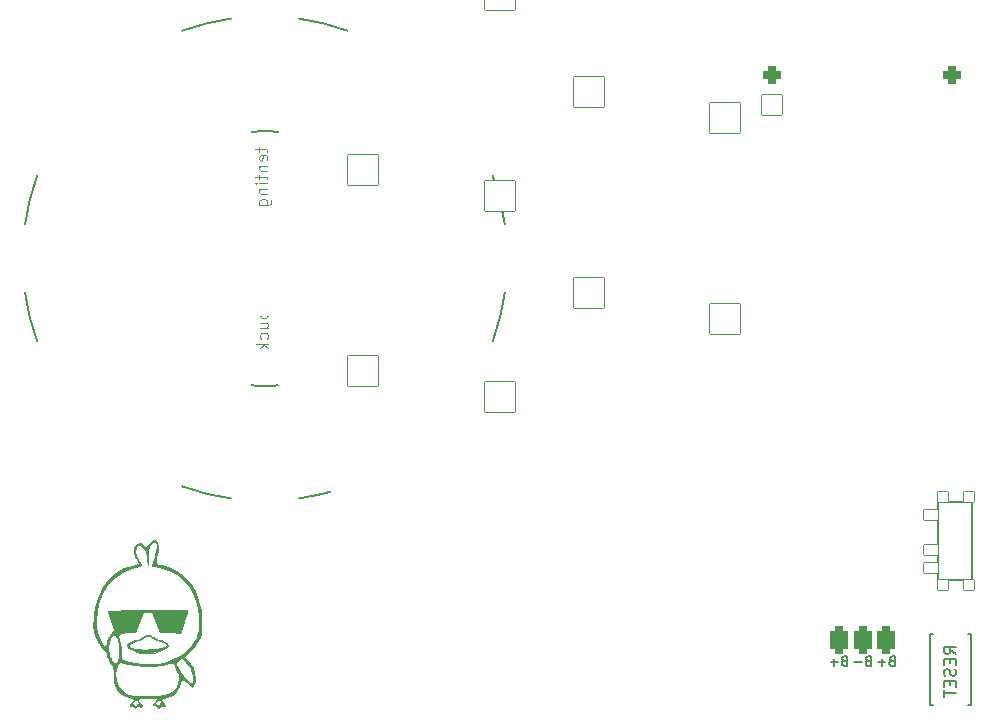
<source format=gbo>
%TF.GenerationSoftware,KiCad,Pcbnew,(6.0.4-0)*%
%TF.CreationDate,2022-04-28T13:46:59+02:00*%
%TF.ProjectId,duckmini,6475636b-6d69-46e6-992e-6b696361645f,v1.0.0*%
%TF.SameCoordinates,Original*%
%TF.FileFunction,Legend,Bot*%
%TF.FilePolarity,Positive*%
%FSLAX46Y46*%
G04 Gerber Fmt 4.6, Leading zero omitted, Abs format (unit mm)*
G04 Created by KiCad (PCBNEW (6.0.4-0)) date 2022-04-28 13:46:59*
%MOMM*%
%LPD*%
G01*
G04 APERTURE LIST*
G04 Aperture macros list*
%AMRoundRect*
0 Rectangle with rounded corners*
0 $1 Rounding radius*
0 $2 $3 $4 $5 $6 $7 $8 $9 X,Y pos of 4 corners*
0 Add a 4 corners polygon primitive as box body*
4,1,4,$2,$3,$4,$5,$6,$7,$8,$9,$2,$3,0*
0 Add four circle primitives for the rounded corners*
1,1,$1+$1,$2,$3*
1,1,$1+$1,$4,$5*
1,1,$1+$1,$6,$7*
1,1,$1+$1,$8,$9*
0 Add four rect primitives between the rounded corners*
20,1,$1+$1,$2,$3,$4,$5,0*
20,1,$1+$1,$4,$5,$6,$7,0*
20,1,$1+$1,$6,$7,$8,$9,0*
20,1,$1+$1,$8,$9,$2,$3,0*%
G04 Aperture macros list end*
%ADD10C,0.150000*%
%ADD11C,0.100000*%
%ADD12C,0.200000*%
%ADD13RoundRect,0.375000X-0.375000X-0.750000X0.375000X-0.750000X0.375000X0.750000X-0.375000X0.750000X0*%
%ADD14R,1.752600X1.752600*%
%ADD15C,1.752600*%
%ADD16RoundRect,0.375000X-0.375000X-0.375000X0.375000X-0.375000X0.375000X0.375000X-0.375000X0.375000X0*%
%ADD17RoundRect,0.425000X-0.375000X-0.750000X0.375000X-0.750000X0.375000X0.750000X-0.375000X0.750000X0*%
%ADD18C,2.100000*%
%ADD19C,3.100000*%
%ADD20C,1.801800*%
%ADD21C,3.529000*%
%ADD22RoundRect,0.050000X-1.054507X-1.505993X1.505993X-1.054507X1.054507X1.505993X-1.505993X1.054507X0*%
%ADD23C,2.132000*%
%ADD24RoundRect,0.050000X-1.181751X-1.408356X1.408356X-1.181751X1.181751X1.408356X-1.408356X1.181751X0*%
%ADD25RoundRect,0.050000X-1.300000X-1.300000X1.300000X-1.300000X1.300000X1.300000X-1.300000X1.300000X0*%
%ADD26RoundRect,0.050000X-1.775833X-0.475833X0.475833X-1.775833X1.775833X0.475833X-0.475833X1.775833X0*%
%ADD27RoundRect,0.050000X-0.450000X0.450000X-0.450000X-0.450000X0.450000X-0.450000X0.450000X0.450000X0*%
%ADD28C,1.100000*%
%ADD29RoundRect,0.050000X-0.625000X0.450000X-0.625000X-0.450000X0.625000X-0.450000X0.625000X0.450000X0*%
%ADD30RoundRect,0.050000X-0.863113X-1.623279X1.623279X-0.863113X0.863113X1.623279X-1.623279X0.863113X0*%
%ADD31RoundRect,0.050000X-1.592168X-0.919239X0.919239X-1.592168X1.592168X0.919239X-0.919239X1.592168X0*%
%ADD32RoundRect,0.050000X-0.876300X0.876300X-0.876300X-0.876300X0.876300X-0.876300X0.876300X0.876300X0*%
%ADD33C,1.852600*%
%ADD34RoundRect,0.425000X-0.375000X-0.375000X0.375000X-0.375000X0.375000X0.375000X-0.375000X0.375000X0*%
%ADD35C,4.500000*%
G04 APERTURE END LIST*
D10*
%TO.C,PAD1*%
X156849182Y54073625D02*
X156734896Y54035530D01*
X156696801Y53997435D01*
X156658706Y53921244D01*
X156658706Y53806959D01*
X156696801Y53730768D01*
X156734896Y53692673D01*
X156811087Y53654578D01*
X157115848Y53654578D01*
X157115848Y54454578D01*
X156849182Y54454578D01*
X156772991Y54416483D01*
X156734896Y54378387D01*
X156696801Y54302197D01*
X156696801Y54226006D01*
X156734896Y54149816D01*
X156772991Y54111721D01*
X156849182Y54073625D01*
X157115848Y54073625D01*
X156315848Y53959340D02*
X155706325Y53959340D01*
X156011087Y53654578D02*
X156011087Y54264102D01*
X152849182Y54073625D02*
X152734896Y54035530D01*
X152696801Y53997435D01*
X152658706Y53921244D01*
X152658706Y53806959D01*
X152696801Y53730768D01*
X152734896Y53692673D01*
X152811087Y53654578D01*
X153115848Y53654578D01*
X153115848Y54454578D01*
X152849182Y54454578D01*
X152772991Y54416483D01*
X152734896Y54378387D01*
X152696801Y54302197D01*
X152696801Y54226006D01*
X152734896Y54149816D01*
X152772991Y54111721D01*
X152849182Y54073625D01*
X153115848Y54073625D01*
X152315848Y53959340D02*
X151706325Y53959340D01*
X152011087Y53654578D02*
X152011087Y54264102D01*
X154849182Y54073625D02*
X154734896Y54035530D01*
X154696801Y53997435D01*
X154658706Y53921244D01*
X154658706Y53806959D01*
X154696801Y53730768D01*
X154734896Y53692673D01*
X154811087Y53654578D01*
X155115848Y53654578D01*
X155115848Y54454578D01*
X154849182Y54454578D01*
X154772991Y54416483D01*
X154734896Y54378387D01*
X154696801Y54302197D01*
X154696801Y54226006D01*
X154734896Y54149816D01*
X154772991Y54111721D01*
X154849182Y54073625D01*
X155115848Y54073625D01*
X154315848Y53959340D02*
X153706325Y53959340D01*
%TO.C,B1*%
X162302380Y54665380D02*
X161826190Y54998714D01*
X162302380Y55236809D02*
X161302380Y55236809D01*
X161302380Y54855857D01*
X161350000Y54760619D01*
X161397619Y54713000D01*
X161492857Y54665380D01*
X161635714Y54665380D01*
X161730952Y54713000D01*
X161778571Y54760619D01*
X161826190Y54855857D01*
X161826190Y55236809D01*
X161778571Y54236809D02*
X161778571Y53903476D01*
X162302380Y53760619D02*
X162302380Y54236809D01*
X161302380Y54236809D01*
X161302380Y53760619D01*
X162254761Y53379666D02*
X162302380Y53236809D01*
X162302380Y52998714D01*
X162254761Y52903476D01*
X162207142Y52855857D01*
X162111904Y52808238D01*
X162016666Y52808238D01*
X161921428Y52855857D01*
X161873809Y52903476D01*
X161826190Y52998714D01*
X161778571Y53189190D01*
X161730952Y53284428D01*
X161683333Y53332047D01*
X161588095Y53379666D01*
X161492857Y53379666D01*
X161397619Y53332047D01*
X161350000Y53284428D01*
X161302380Y53189190D01*
X161302380Y52951095D01*
X161350000Y52808238D01*
X161778571Y52379666D02*
X161778571Y52046333D01*
X162302380Y51903476D02*
X162302380Y52379666D01*
X161302380Y52379666D01*
X161302380Y51903476D01*
X161302380Y51617761D02*
X161302380Y51046333D01*
X162302380Y51332047D02*
X161302380Y51332047D01*
D11*
%TO.C,REF\u002A\u002A*%
X103328934Y97562927D02*
X103328934Y97181974D01*
X102995600Y97420069D02*
X103852743Y97420069D01*
X103947981Y97372450D01*
X103995600Y97277212D01*
X103995600Y97181974D01*
X103947981Y96467688D02*
X103995600Y96562927D01*
X103995600Y96753403D01*
X103947981Y96848641D01*
X103852743Y96896260D01*
X103471791Y96896260D01*
X103376553Y96848641D01*
X103328934Y96753403D01*
X103328934Y96562927D01*
X103376553Y96467688D01*
X103471791Y96420069D01*
X103567029Y96420069D01*
X103662267Y96896260D01*
X103328934Y95991498D02*
X103995600Y95991498D01*
X103424172Y95991498D02*
X103376553Y95943879D01*
X103328934Y95848641D01*
X103328934Y95705784D01*
X103376553Y95610546D01*
X103471791Y95562927D01*
X103995600Y95562927D01*
X103328934Y95229593D02*
X103328934Y94848641D01*
X102995600Y95086736D02*
X103852743Y95086736D01*
X103947981Y95039117D01*
X103995600Y94943879D01*
X103995600Y94848641D01*
X103995600Y94515307D02*
X103328934Y94515307D01*
X102995600Y94515307D02*
X103043220Y94562927D01*
X103090839Y94515307D01*
X103043220Y94467688D01*
X102995600Y94515307D01*
X103090839Y94515307D01*
X103328934Y94039117D02*
X103995600Y94039117D01*
X103424172Y94039117D02*
X103376553Y93991498D01*
X103328934Y93896260D01*
X103328934Y93753403D01*
X103376553Y93658165D01*
X103471791Y93610546D01*
X103995600Y93610546D01*
X103328934Y92705784D02*
X104138458Y92705784D01*
X104233696Y92753403D01*
X104281315Y92801022D01*
X104328934Y92896260D01*
X104328934Y93039117D01*
X104281315Y93134355D01*
X103947981Y92705784D02*
X103995600Y92801022D01*
X103995600Y92991498D01*
X103947981Y93086736D01*
X103900362Y93134355D01*
X103805124Y93181974D01*
X103519410Y93181974D01*
X103424172Y93134355D01*
X103376553Y93086736D01*
X103328934Y92991498D01*
X103328934Y92801022D01*
X103376553Y92705784D01*
X103392434Y83608927D02*
X104392434Y83608927D01*
X103440053Y83608927D02*
X103392434Y83513688D01*
X103392434Y83323212D01*
X103440053Y83227974D01*
X103487672Y83180355D01*
X103582910Y83132736D01*
X103868624Y83132736D01*
X103963862Y83180355D01*
X104011481Y83227974D01*
X104059100Y83323212D01*
X104059100Y83513688D01*
X104011481Y83608927D01*
X103392434Y82275593D02*
X104059100Y82275593D01*
X103392434Y82704165D02*
X103916243Y82704165D01*
X104011481Y82656546D01*
X104059100Y82561307D01*
X104059100Y82418450D01*
X104011481Y82323212D01*
X103963862Y82275593D01*
X104011481Y81370831D02*
X104059100Y81466069D01*
X104059100Y81656546D01*
X104011481Y81751784D01*
X103963862Y81799403D01*
X103868624Y81847022D01*
X103582910Y81847022D01*
X103487672Y81799403D01*
X103440053Y81751784D01*
X103392434Y81656546D01*
X103392434Y81466069D01*
X103440053Y81370831D01*
X104059100Y80942260D02*
X103059100Y80942260D01*
X103678148Y80847022D02*
X104059100Y80561307D01*
X103392434Y80561307D02*
X103773386Y80942260D01*
D10*
%TO.C,B1*%
X160100000Y56340000D02*
X160350000Y56340000D01*
X160100000Y50340000D02*
X160100000Y56340000D01*
X163600000Y50340000D02*
X163350000Y50340000D01*
X163350000Y56340000D02*
X163600000Y56340000D01*
X163600000Y56340000D02*
X163600000Y50340000D01*
X160350000Y50340000D02*
X160100000Y50340000D01*
%TO.C,T2*%
X163637367Y62262667D02*
X163637367Y66162667D01*
X160787367Y60912667D02*
X163637367Y60912667D01*
X163637367Y67512667D02*
X160787367Y67512667D01*
X160787367Y67512667D02*
X160787367Y60912667D01*
X163637367Y64212667D02*
X163637367Y67512667D01*
X163637367Y64212667D02*
X163637367Y60912667D01*
D12*
%TO.C,REF\u002A\u002A*%
X103797220Y77346426D02*
G75*
G03*
X104925605Y77405563I0J10794901D01*
G01*
X84511085Y95149471D02*
G75*
G03*
X83477220Y90998927I19286255J-7008074D01*
G01*
X104925605Y98877290D02*
G75*
G03*
X103797220Y98936427I-1128385J-10735763D01*
G01*
X102668835Y77405563D02*
G75*
G03*
X103797220Y77346427I1128379J10735785D01*
G01*
X110805269Y107427560D02*
G75*
G03*
X106654720Y108461427I-7008049J-19286133D01*
G01*
X123083354Y81133379D02*
G75*
G03*
X124117220Y85283927I-19286134J7008048D01*
G01*
X96789175Y68855292D02*
G75*
G03*
X100939720Y67821427I7008045J19286135D01*
G01*
X106654720Y67821427D02*
G75*
G03*
X110805265Y68855292I-2857506J20320019D01*
G01*
X83477219Y85283927D02*
G75*
G03*
X84511085Y81133381I20320001J2857500D01*
G01*
X100939720Y108461428D02*
G75*
G03*
X96789174Y107427562I2857500J-20320001D01*
G01*
X124117220Y90998927D02*
G75*
G03*
X123083354Y95149475I-20320000J-2857500D01*
G01*
X103797220Y98936427D02*
G75*
G03*
X102668835Y98877291I-6J-10794921D01*
G01*
%TO.C,G\u002A\u002A\u002A*%
G36*
X94630151Y54707570D02*
G01*
X94396858Y54643258D01*
X94146747Y54624050D01*
X93810667Y54635225D01*
X93526219Y54656367D01*
X93256312Y54699910D01*
X93120476Y54741218D01*
X93661943Y54741218D01*
X93712212Y54724332D01*
X93895333Y54717727D01*
X94019582Y54720197D01*
X94125956Y54733481D01*
X94085833Y54754419D01*
X93951551Y54768426D01*
X93704833Y54754419D01*
X93661943Y54741218D01*
X93120476Y54741218D01*
X92994058Y54779662D01*
X92876275Y54830486D01*
X94341597Y54830486D01*
X94342908Y54801584D01*
X94452722Y54786018D01*
X94535945Y54799576D01*
X94503875Y54837170D01*
X94454914Y54850698D01*
X94341597Y54830486D01*
X92876275Y54830486D01*
X92687996Y54911729D01*
X92286667Y55112217D01*
X92208282Y55183879D01*
X92132425Y55360900D01*
X92132991Y55368759D01*
X92339283Y55368759D01*
X92397983Y55253540D01*
X92625333Y55143946D01*
X92847118Y55090411D01*
X93223604Y55048327D01*
X93664575Y55034937D01*
X94131166Y55047895D01*
X94584513Y55084850D01*
X94985752Y55143456D01*
X95296017Y55221363D01*
X95476445Y55316223D01*
X95492870Y55337106D01*
X95467648Y55440963D01*
X95285368Y55554542D01*
X94955354Y55671486D01*
X94780003Y55729272D01*
X94492971Y55850367D01*
X94290142Y55968931D01*
X94063133Y56096450D01*
X93778078Y56113650D01*
X93516467Y55966671D01*
X93392165Y55880634D01*
X93135190Y55755590D01*
X92833677Y55645696D01*
X92725675Y55610865D01*
X92448694Y55488302D01*
X92339283Y55368759D01*
X92132991Y55368759D01*
X92140521Y55473243D01*
X92240681Y55587134D01*
X92471092Y55710227D01*
X92577253Y55755334D01*
X92833403Y55842614D01*
X93021004Y55878141D01*
X93048079Y55880318D01*
X93244595Y55951562D01*
X93456560Y56091667D01*
X93505819Y56131487D01*
X93779808Y56277658D01*
X94047205Y56267960D01*
X94345483Y56102867D01*
X94364727Y56089006D01*
X94645319Y55941058D01*
X94941455Y55852737D01*
X95061155Y55830092D01*
X95379092Y55717187D01*
X95594233Y55556210D01*
X95673333Y55369127D01*
X95669109Y55337106D01*
X95668339Y55331266D01*
X95588156Y55214183D01*
X95392697Y55076498D01*
X95059500Y54901081D01*
X94915777Y54831706D01*
X94841849Y54799576D01*
X94689770Y54733481D01*
X94630151Y54707570D01*
G37*
G36*
X97799442Y51985333D02*
G01*
X97620028Y51773667D01*
X97429847Y51994905D01*
X97238073Y52186204D01*
X97023991Y52353234D01*
X96808316Y52490324D01*
X96707046Y52111686D01*
X96629659Y51887333D01*
X96366231Y51462822D01*
X95994214Y51144981D01*
X95540861Y50960708D01*
X95290623Y50892245D01*
X95117737Y50798440D01*
X95105769Y50691711D01*
X95250000Y50565649D01*
X95352742Y50466672D01*
X95378027Y50400075D01*
X95419333Y50291283D01*
X95407101Y50168285D01*
X95337061Y50132079D01*
X95168231Y50205783D01*
X95044914Y50243962D01*
X94964787Y50163450D01*
X94913787Y50081950D01*
X94793044Y50046823D01*
X94691542Y50155644D01*
X94639140Y50215602D01*
X94482532Y50230436D01*
X94399061Y50222079D01*
X94322767Y50286006D01*
X94347863Y50399653D01*
X94516775Y50399653D01*
X94588529Y50406426D01*
X94675489Y50412391D01*
X94770055Y50308474D01*
X94782357Y50267625D01*
X94819397Y50234979D01*
X94870367Y50357285D01*
X94882796Y50393841D01*
X94950581Y50494172D01*
X95050721Y50451053D01*
X95122415Y50405425D01*
X95216964Y50400075D01*
X95205574Y50453346D01*
X95087918Y50542119D01*
X94978257Y50630734D01*
X94904649Y50781812D01*
X94890157Y50872713D01*
X94852119Y50800000D01*
X94777115Y50677619D01*
X94625970Y50516952D01*
X94578370Y50474588D01*
X94516775Y50399653D01*
X94347863Y50399653D01*
X94352613Y50421165D01*
X94488000Y50588333D01*
X94600721Y50708613D01*
X94657333Y50813122D01*
X94638058Y50829097D01*
X94491057Y50857605D01*
X94230892Y50877310D01*
X93895333Y50884667D01*
X93500743Y50875436D01*
X93243987Y50841712D01*
X93133063Y50776462D01*
X93156460Y50672668D01*
X93302667Y50523312D01*
X93412249Y50398914D01*
X93435969Y50339995D01*
X93472000Y50250496D01*
X93416192Y50147763D01*
X93289393Y50129312D01*
X93172536Y50212400D01*
X93114992Y50241809D01*
X93003905Y50148900D01*
X92993052Y50134460D01*
X92887871Y50046615D01*
X92783433Y50101500D01*
X92715286Y50151084D01*
X92523733Y50207333D01*
X92469490Y50213637D01*
X92380726Y50295190D01*
X92401931Y50411615D01*
X92582325Y50411615D01*
X92641196Y50409547D01*
X92727380Y50413538D01*
X92813434Y50308474D01*
X92825393Y50257281D01*
X92862678Y50220838D01*
X92937544Y50330334D01*
X92972231Y50386915D01*
X93058980Y50448307D01*
X93188640Y50375229D01*
X93250894Y50330200D01*
X93265299Y50339995D01*
X93165277Y50463896D01*
X93025462Y50647764D01*
X92939127Y50800000D01*
X92938865Y50800718D01*
X92900071Y50877530D01*
X92886018Y50789160D01*
X92832576Y50660603D01*
X92688833Y50509234D01*
X92669500Y50494616D01*
X92582325Y50411615D01*
X92401931Y50411615D01*
X92405276Y50429982D01*
X92540667Y50565649D01*
X92631006Y50631564D01*
X92701167Y50756732D01*
X92606699Y50856951D01*
X92350167Y50927352D01*
X92337828Y50929377D01*
X91861255Y51091629D01*
X91460784Y51391861D01*
X91171089Y51804285D01*
X91087814Y51998086D01*
X91023345Y52239840D01*
X90993408Y52536258D01*
X90988903Y52944280D01*
X90988860Y52981843D01*
X91209666Y52981843D01*
X91243855Y52458080D01*
X91403259Y51986486D01*
X91675834Y51597674D01*
X92049535Y51322256D01*
X92087740Y51303624D01*
X92276097Y51225150D01*
X92480546Y51170693D01*
X92739395Y51134516D01*
X93090955Y51110884D01*
X93573535Y51094059D01*
X94144697Y51085675D01*
X94763194Y51103676D01*
X95251581Y51160229D01*
X95630819Y51261432D01*
X95921870Y51413383D01*
X96145694Y51622178D01*
X96323254Y51893915D01*
X96424529Y52130475D01*
X96506471Y52510221D01*
X96495436Y52859890D01*
X96388576Y53125717D01*
X96373639Y53146821D01*
X96266099Y53356554D01*
X96176048Y53613628D01*
X96118673Y53792155D01*
X96046930Y53880658D01*
X95944947Y53858602D01*
X95924596Y53849158D01*
X95746335Y53789770D01*
X95464680Y53713483D01*
X95130784Y53634382D01*
X95065628Y53620603D01*
X94366584Y53533659D01*
X93602673Y53530520D01*
X92846225Y53608041D01*
X92169571Y53763080D01*
X91877909Y53846803D01*
X91618710Y53880246D01*
X91452449Y53816468D01*
X91344247Y53638916D01*
X91259226Y53331036D01*
X91209666Y52981843D01*
X90988860Y52981843D01*
X90988570Y53237704D01*
X90973264Y53515229D01*
X90937135Y53672581D01*
X90876186Y53737889D01*
X90832845Y53765392D01*
X90703348Y53921409D01*
X90570098Y54152370D01*
X90466010Y54396190D01*
X90424000Y54590787D01*
X90417492Y54631718D01*
X90326503Y54805426D01*
X90162447Y54996326D01*
X90006162Y55166417D01*
X90623034Y55166417D01*
X90677891Y54610457D01*
X90712798Y54490235D01*
X90833625Y54214049D01*
X90973471Y54018144D01*
X91171612Y53832000D01*
X91324621Y54065520D01*
X91331980Y54077211D01*
X91424587Y54337259D01*
X91472045Y54698011D01*
X91473874Y55100552D01*
X91429593Y55485965D01*
X91338723Y55795333D01*
X91324513Y55826852D01*
X91220312Y56070303D01*
X91146909Y56261000D01*
X91133108Y56298654D01*
X91086548Y56353984D01*
X91015508Y56294714D01*
X90892074Y56103603D01*
X90715494Y55709602D01*
X90623034Y55166417D01*
X90006162Y55166417D01*
X89931662Y55247498D01*
X89586687Y55808695D01*
X89368912Y56467274D01*
X89280310Y57211605D01*
X89291634Y57429453D01*
X89577333Y57429453D01*
X89591598Y56996053D01*
X89672256Y56449611D01*
X89836742Y55973902D01*
X90099358Y55516515D01*
X90311877Y55203765D01*
X90454579Y55717039D01*
X90512624Y55897483D01*
X90660243Y56225386D01*
X90822024Y56455054D01*
X91046766Y56679797D01*
X90767747Y57469373D01*
X90690937Y57692082D01*
X90594480Y57991971D01*
X90535123Y58204433D01*
X90523469Y58293691D01*
X90533327Y58296156D01*
X90669931Y58305891D01*
X90952109Y58317554D01*
X91361589Y58330639D01*
X91880102Y58344643D01*
X92489378Y58359060D01*
X93171145Y58373386D01*
X93907135Y58387118D01*
X94795177Y58401149D01*
X95579608Y58409805D01*
X96208620Y58411980D01*
X96689312Y58407606D01*
X97028786Y58396614D01*
X97234143Y58378938D01*
X97312483Y58354508D01*
X97307050Y58248229D01*
X97249196Y58017387D01*
X97148276Y57697411D01*
X97014266Y57322808D01*
X96659625Y56382404D01*
X95807568Y56406369D01*
X94955512Y56430333D01*
X94261764Y58123667D01*
X93601220Y58123667D01*
X93254393Y57277000D01*
X92907567Y56430333D01*
X92164569Y56405736D01*
X92121125Y56404380D01*
X91791435Y56396045D01*
X91586381Y56374134D01*
X91487795Y56308177D01*
X91477510Y56167705D01*
X91537359Y55922247D01*
X91649173Y55541333D01*
X91717659Y55233477D01*
X91720290Y55100552D01*
X91729460Y54637344D01*
X91676032Y54199020D01*
X92256516Y54013069D01*
X92381603Y53976360D01*
X92909152Y53870313D01*
X93513967Y53806463D01*
X94136441Y53787253D01*
X94716969Y53815128D01*
X95195943Y53892532D01*
X95246688Y53909326D01*
X96351494Y53909326D01*
X96390368Y53730301D01*
X96518490Y53441811D01*
X96708946Y53115634D01*
X96933603Y52799169D01*
X97164329Y52539817D01*
X97196620Y52510221D01*
X97369582Y52351693D01*
X97543381Y52209176D01*
X97635814Y52154667D01*
X97659990Y52167971D01*
X97696983Y52296558D01*
X97704551Y52522068D01*
X97685264Y52795410D01*
X97641694Y53067490D01*
X97576409Y53289213D01*
X97523846Y53397075D01*
X97350897Y53671777D01*
X97145022Y53932562D01*
X96977735Y54111678D01*
X96854785Y54204283D01*
X96744974Y54207257D01*
X96596613Y54140169D01*
X96584045Y54133534D01*
X96419054Y54015990D01*
X96351494Y53909326D01*
X95246688Y53909326D01*
X95885072Y54120600D01*
X96577636Y54472478D01*
X97178727Y54912535D01*
X97663451Y55422255D01*
X98006911Y55983122D01*
X98086050Y56163499D01*
X98172071Y56405438D01*
X98220933Y56648424D01*
X98242355Y56948489D01*
X98246059Y57361667D01*
X98233847Y57779333D01*
X98144551Y58506649D01*
X97955106Y59186223D01*
X97649351Y59886437D01*
X97444161Y60251778D01*
X96969924Y60864119D01*
X96392712Y61346115D01*
X95704860Y61703495D01*
X94898703Y61941985D01*
X94848022Y61952616D01*
X94556096Y62016566D01*
X94344460Y62067479D01*
X94255967Y62095145D01*
X94253630Y62102716D01*
X94279213Y62214187D01*
X94350757Y62407500D01*
X94426846Y62619207D01*
X94524172Y62978858D01*
X94595789Y63347712D01*
X94631429Y63669494D01*
X94620827Y63887926D01*
X94559249Y64018007D01*
X94397400Y64092667D01*
X94368545Y64090770D01*
X94202876Y63985839D01*
X94080976Y63726886D01*
X94005724Y63322946D01*
X93980000Y62783053D01*
X93973060Y62468386D01*
X93951015Y62210475D01*
X93920090Y62080986D01*
X93886732Y62089934D01*
X93857386Y62247336D01*
X93838501Y62563209D01*
X93811962Y62865990D01*
X93708895Y63278090D01*
X93543192Y63593086D01*
X93329296Y63776561D01*
X93236143Y63809953D01*
X93059528Y63789447D01*
X92955656Y63620138D01*
X92921667Y63298676D01*
X92969683Y62962479D01*
X93147334Y62640621D01*
X93284157Y62452524D01*
X93395912Y62237979D01*
X93371634Y62097781D01*
X93200337Y62003552D01*
X92871037Y61926916D01*
X92514894Y61842944D01*
X91790956Y61553262D01*
X91153053Y61128956D01*
X90610423Y60582637D01*
X90172300Y59926916D01*
X89847920Y59174405D01*
X89646519Y58337713D01*
X89577333Y57429453D01*
X89291634Y57429453D01*
X89322854Y58030057D01*
X89498516Y58910998D01*
X89714637Y59564422D01*
X90100594Y60336015D01*
X90591518Y60989912D01*
X91178665Y61516989D01*
X91853291Y61908122D01*
X92606652Y62154187D01*
X92820479Y62201611D01*
X93026705Y62250687D01*
X93116352Y62276777D01*
X93113828Y62297299D01*
X93049179Y62420230D01*
X92925852Y62612889D01*
X92787409Y62875491D01*
X92704290Y63251560D01*
X92747669Y63602480D01*
X92917818Y63884849D01*
X93037321Y63996981D01*
X93184764Y64076560D01*
X93334198Y64037237D01*
X93544308Y63878407D01*
X93798941Y63664147D01*
X93910637Y63896498D01*
X94042017Y64082620D01*
X94249381Y64256116D01*
X94383944Y64323239D01*
X94511315Y64328022D01*
X94651548Y64224903D01*
X94749675Y64085694D01*
X94821521Y63771329D01*
X94805796Y63344949D01*
X94701780Y62826604D01*
X94654589Y62630014D01*
X94618996Y62419930D01*
X94623079Y62320699D01*
X94692549Y62291120D01*
X94889183Y62236755D01*
X95159750Y62176064D01*
X95646798Y62044555D01*
X96358391Y61718224D01*
X96980856Y61258241D01*
X97507025Y60675014D01*
X97929730Y59978953D01*
X98241804Y59180466D01*
X98436078Y58289961D01*
X98502260Y57361667D01*
X98505384Y57317846D01*
X98505914Y57062525D01*
X98499961Y56708150D01*
X98478003Y56449785D01*
X98431675Y56240285D01*
X98352614Y56032507D01*
X98232459Y55779309D01*
X97973312Y55341863D01*
X97496756Y54796888D01*
X97038261Y54377850D01*
X97294885Y54134092D01*
X97535219Y53850123D01*
X97752833Y53458525D01*
X97897385Y53036541D01*
X97959553Y52623879D01*
X97951282Y52522068D01*
X97930013Y52260241D01*
X97799442Y51985333D01*
G37*
%TD*%
D13*
%TO.C,PAD1*%
X152411087Y55816483D03*
X156411087Y55816483D03*
X154411087Y55816483D03*
%TD*%
D14*
%TO.C,MCU1*%
X146737213Y101142542D03*
D15*
X146737213Y98602542D03*
X146737213Y96062542D03*
X146737213Y93522542D03*
X146737213Y90982542D03*
X146737213Y88442542D03*
X146737213Y85902542D03*
X146737213Y83362542D03*
X146737213Y80822542D03*
X146737213Y78282542D03*
X146737213Y75742542D03*
X146737213Y73202542D03*
X161977213Y101142542D03*
X161977213Y98602542D03*
X161977213Y96062542D03*
X161977213Y93522542D03*
X161977213Y90982542D03*
X161977213Y88442542D03*
X161977213Y85902542D03*
X161977213Y83362542D03*
X161977213Y80822542D03*
X161977213Y78282542D03*
X161977213Y75742542D03*
X161977213Y73202542D03*
D16*
X146737213Y103682542D03*
X161977213Y103682542D03*
%TD*%
%LPC*%
D17*
%TO.C,PAD1*%
X152411087Y55816483D03*
X156411087Y55816483D03*
X154411087Y55816483D03*
%TD*%
D18*
%TO.C,B1*%
X161850000Y50090000D03*
X161850000Y56590000D03*
%TD*%
D19*
%TO.C,S11*%
X75659968Y109306337D03*
X70353903Y110604673D03*
X70353903Y110604673D03*
D20*
X65970667Y103790002D03*
D19*
X65811891Y107569855D03*
D21*
X71387110Y104745067D03*
D20*
X76803553Y105700132D03*
D22*
X67128658Y110035975D03*
X78885213Y109875035D03*
%TD*%
D20*
%TO.C,S34*%
X157191785Y38610213D03*
D21*
X152428645Y41360213D03*
D20*
X147665505Y44110213D03*
D23*
X146198518Y40569316D03*
X154858772Y35569316D03*
X149478645Y36250663D03*
X149478645Y36250663D03*
%TD*%
D21*
%TO.C,S15*%
X94221643Y97114167D03*
D20*
X99700714Y97593524D03*
D19*
X98875782Y101285676D03*
X93703066Y103041525D03*
X93703066Y103041525D03*
X88913835Y100414118D03*
D20*
X88742572Y96634810D03*
D24*
X90440529Y102756090D03*
X102138320Y101571111D03*
%TD*%
D19*
%TO.C,S21*%
X115411087Y95636017D03*
D20*
X109911087Y89686017D03*
D19*
X115411087Y95636017D03*
X120411087Y93436017D03*
D20*
X120911087Y89686017D03*
D19*
X110411087Y93436017D03*
D21*
X115411087Y89686017D03*
D25*
X112136087Y95636017D03*
X123686087Y93436017D03*
%TD*%
D20*
%TO.C,S8*%
X71874705Y70306538D03*
X82707591Y72216668D03*
D21*
X77291148Y71261603D03*
D23*
X73026972Y66651093D03*
X82875050Y68387574D03*
X78315672Y65451237D03*
X78315672Y65451237D03*
%TD*%
D21*
%TO.C,S14*%
X95703291Y80178857D03*
D20*
X101182362Y80658214D03*
X90224220Y79699500D03*
D23*
X91053509Y75957538D03*
X101015456Y76829096D03*
X96217510Y74301308D03*
X96217510Y74301308D03*
%TD*%
D21*
%TO.C,S20*%
X115411087Y72686017D03*
D20*
X109911087Y72686017D03*
X120911087Y72686017D03*
D23*
X120411087Y68886017D03*
X110411087Y68886017D03*
X115411087Y66786017D03*
X115411087Y66786017D03*
%TD*%
D20*
%TO.C,S28*%
X129017334Y79310985D03*
X140017334Y79310985D03*
D21*
X134517334Y79310985D03*
D23*
X129517334Y75510985D03*
X139517334Y75510985D03*
X134517334Y73410985D03*
X134517334Y73410985D03*
%TD*%
D19*
%TO.C,S29*%
X134517334Y102260985D03*
X134517334Y102260985D03*
D20*
X140017334Y96310985D03*
D21*
X134517334Y96310985D03*
D19*
X139517334Y100060985D03*
X129517334Y100060985D03*
D20*
X129017334Y96310985D03*
D25*
X131242334Y102260985D03*
X142792334Y100060985D03*
%TD*%
D21*
%TO.C,S33*%
X152428645Y41360213D03*
D19*
X155403645Y46513064D03*
X149973518Y47107808D03*
D20*
X147665505Y44110213D03*
D19*
X155403645Y46513064D03*
X158633772Y42107808D03*
D20*
X157191785Y38610213D03*
D26*
X152567412Y48150564D03*
X161470005Y40470308D03*
%TD*%
D19*
%TO.C,S7*%
X71715929Y74086391D03*
X81564006Y75822873D03*
X76257941Y77121209D03*
D20*
X71874705Y70306538D03*
D19*
X76257941Y77121209D03*
D20*
X82707591Y72216668D03*
D21*
X77291148Y71261603D03*
D22*
X73032696Y76552511D03*
X84789251Y76391571D03*
%TD*%
D27*
%TO.C,T2*%
X163387367Y60512667D03*
X163387367Y67912667D03*
X161187367Y60512667D03*
X161187367Y67912667D03*
D28*
X162287367Y65712667D03*
X162287367Y62712667D03*
D29*
X160212367Y66462667D03*
X160212367Y63462667D03*
X160212367Y61962667D03*
%TD*%
D21*
%TO.C,S5*%
X52842259Y82729963D03*
D20*
X58101935Y84338007D03*
D19*
X51102647Y88419976D03*
X51102647Y88419976D03*
D20*
X47582583Y81121919D03*
D19*
X46964341Y84854247D03*
X56527389Y87777964D03*
D30*
X47970749Y87462459D03*
X59659287Y88735482D03*
%TD*%
D19*
%TO.C,S27*%
X129517334Y83060985D03*
D20*
X140017334Y79310985D03*
D21*
X134517334Y79310985D03*
D19*
X139517334Y83060985D03*
X134517334Y85260985D03*
X134517334Y85260985D03*
D20*
X129017334Y79310985D03*
D25*
X131242334Y85260985D03*
X142792334Y83060985D03*
%TD*%
D19*
%TO.C,S9*%
X68763910Y90828123D03*
D21*
X74339129Y88003335D03*
D19*
X73305922Y93862941D03*
X78611987Y92564605D03*
D20*
X68922686Y87048270D03*
D19*
X73305922Y93862941D03*
D20*
X79755572Y88958400D03*
D22*
X70080677Y93294243D03*
X81837232Y93133303D03*
%TD*%
D20*
%TO.C,S16*%
X99700714Y97593524D03*
D21*
X94221643Y97114167D03*
D20*
X88742572Y96634810D03*
D23*
X99533808Y93764406D03*
X89571861Y92892848D03*
X94735862Y91236618D03*
X94735862Y91236618D03*
%TD*%
D20*
%TO.C,S30*%
X140017334Y96310985D03*
X129017334Y96310985D03*
D21*
X134517334Y96310985D03*
D23*
X139517334Y92510985D03*
X129517334Y92510985D03*
X134517334Y90410985D03*
X134517334Y90410985D03*
%TD*%
D20*
%TO.C,S13*%
X90224220Y79699500D03*
X101182362Y80658214D03*
D21*
X95703291Y80178857D03*
D19*
X95184714Y86106215D03*
X100357430Y84350366D03*
X95184714Y86106215D03*
X90395483Y83478808D03*
D24*
X91922177Y85820780D03*
X103619968Y84635801D03*
%TD*%
D20*
%TO.C,S24*%
X109911087Y106686017D03*
X120911087Y106686017D03*
D21*
X115411087Y106686017D03*
D23*
X110411087Y102886017D03*
X120411087Y102886017D03*
X115411087Y100786017D03*
X115411087Y100786017D03*
%TD*%
D20*
%TO.C,S17*%
X87260925Y113570120D03*
D21*
X92739996Y114049477D03*
D20*
X98219067Y114528834D03*
D19*
X87432188Y117349428D03*
X97394135Y118220986D03*
X92221419Y119976835D03*
X92221419Y119976835D03*
D24*
X88958882Y119691400D03*
X100656673Y118506421D03*
%TD*%
D20*
%TO.C,S4*%
X52552902Y64864738D03*
X63072254Y68080826D03*
D21*
X57812578Y66472782D03*
D23*
X54142067Y61376965D03*
X63705114Y64300682D03*
X59537571Y60830584D03*
X59537571Y60830584D03*
%TD*%
D20*
%TO.C,S10*%
X79755572Y88958400D03*
X68922686Y87048270D03*
D21*
X74339129Y88003335D03*
D23*
X70074953Y83392825D03*
X79923031Y85129306D03*
X75363653Y82192969D03*
X75363653Y82192969D03*
%TD*%
D20*
%TO.C,S22*%
X109911087Y89686017D03*
X120911087Y89686017D03*
D21*
X115411087Y89686017D03*
D23*
X110411087Y85886017D03*
X120411087Y85886017D03*
X115411087Y83786017D03*
X115411087Y83786017D03*
%TD*%
D21*
%TO.C,S31*%
X133891046Y49038738D03*
D20*
X128578454Y50462243D03*
D19*
X135431019Y54785997D03*
X139691247Y51366865D03*
X135431019Y54785997D03*
X130031988Y53955055D03*
D20*
X139203638Y47615233D03*
D31*
X132267612Y55633629D03*
X142854654Y50519232D03*
%TD*%
D32*
%TO.C,MCU1*%
X146737213Y101142542D03*
D33*
X146737213Y98602542D03*
X146737213Y96062542D03*
X146737213Y93522542D03*
X146737213Y90982542D03*
X146737213Y88442542D03*
X146737213Y85902542D03*
X146737213Y83362542D03*
X146737213Y80822542D03*
X146737213Y78282542D03*
X146737213Y75742542D03*
X146737213Y73202542D03*
X161977213Y101142542D03*
X161977213Y98602542D03*
X161977213Y96062542D03*
X161977213Y93522542D03*
X161977213Y90982542D03*
X161977213Y88442542D03*
X161977213Y85902542D03*
X161977213Y83362542D03*
X161977213Y80822542D03*
X161977213Y78282542D03*
X161977213Y75742542D03*
X161977213Y73202542D03*
D34*
X146737213Y103682542D03*
X161977213Y103682542D03*
%TD*%
D20*
%TO.C,S3*%
X52552902Y64864738D03*
D19*
X51934660Y68597066D03*
D21*
X57812578Y66472782D03*
D19*
X61497708Y71520783D03*
X56072966Y72162795D03*
X56072966Y72162795D03*
D20*
X63072254Y68080826D03*
D30*
X52941068Y71205278D03*
X64629606Y72478301D03*
%TD*%
D20*
%TO.C,S32*%
X139203638Y47615233D03*
D21*
X133891046Y49038738D03*
D20*
X128578454Y50462243D03*
D23*
X137737163Y44074125D03*
X128077904Y46662315D03*
X132364014Y43339776D03*
X132364014Y43339776D03*
%TD*%
D35*
%TO.C,REF\u002A\u002A*%
X84747220Y88141427D03*
X103797220Y69091427D03*
X103797220Y107191427D03*
%TD*%
D21*
%TO.C,S12*%
X71387110Y104745067D03*
D20*
X65970667Y103790002D03*
X76803553Y105700132D03*
D23*
X76971012Y101871038D03*
X67122934Y100134557D03*
X72411634Y98934701D03*
X72411634Y98934701D03*
%TD*%
D21*
%TO.C,S23*%
X115411087Y106686017D03*
D20*
X120911087Y106686017D03*
D19*
X115411087Y112636017D03*
X115411087Y112636017D03*
X110411087Y110436017D03*
X120411087Y110436017D03*
D20*
X109911087Y106686017D03*
D25*
X112136087Y112636017D03*
X123686087Y110436017D03*
%TD*%
D20*
%TO.C,S6*%
X47582583Y81121919D03*
X58101935Y84338007D03*
D21*
X52842259Y82729963D03*
D23*
X49171748Y77634146D03*
X58734795Y80557863D03*
X54567252Y77087765D03*
X54567252Y77087765D03*
%TD*%
D21*
%TO.C,S19*%
X115411087Y72686017D03*
D19*
X115411087Y78636017D03*
X110411087Y76436017D03*
D20*
X120911087Y72686017D03*
X109911087Y72686017D03*
D19*
X120411087Y76436017D03*
X115411087Y78636017D03*
D25*
X112136087Y78636017D03*
X123686087Y76436017D03*
%TD*%
D20*
%TO.C,S18*%
X98219067Y114528834D03*
D21*
X92739996Y114049477D03*
D20*
X87260925Y113570120D03*
D23*
X88090214Y109828158D03*
X98052161Y110699716D03*
X93254215Y108171928D03*
X93254215Y108171928D03*
%TD*%
M02*

</source>
